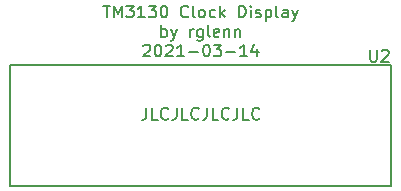
<source format=gto>
G04 #@! TF.GenerationSoftware,KiCad,Pcbnew,(5.1.6)-1*
G04 #@! TF.CreationDate,2021-03-27T23:13:27-04:00*
G04 #@! TF.ProjectId,tm3130-2481bs,746d3331-3330-42d3-9234-383162732e6b,rev?*
G04 #@! TF.SameCoordinates,Original*
G04 #@! TF.FileFunction,Legend,Top*
G04 #@! TF.FilePolarity,Positive*
%FSLAX46Y46*%
G04 Gerber Fmt 4.6, Leading zero omitted, Abs format (unit mm)*
G04 Created by KiCad (PCBNEW (5.1.6)-1) date 2021-03-27 23:13:27*
%MOMM*%
%LPD*%
G01*
G04 APERTURE LIST*
%ADD10C,0.160000*%
%ADD11C,0.150000*%
%ADD12R,1.626000X1.626000*%
%ADD13C,1.626000*%
%ADD14C,3.302000*%
%ADD15O,1.852000X1.302000*%
%ADD16C,1.448000*%
G04 APERTURE END LIST*
D10*
X130780952Y-51852380D02*
X130780952Y-52566666D01*
X130733333Y-52709523D01*
X130638095Y-52804761D01*
X130495238Y-52852380D01*
X130400000Y-52852380D01*
X131733333Y-52852380D02*
X131257142Y-52852380D01*
X131257142Y-51852380D01*
X132638095Y-52757142D02*
X132590476Y-52804761D01*
X132447619Y-52852380D01*
X132352380Y-52852380D01*
X132209523Y-52804761D01*
X132114285Y-52709523D01*
X132066666Y-52614285D01*
X132019047Y-52423809D01*
X132019047Y-52280952D01*
X132066666Y-52090476D01*
X132114285Y-51995238D01*
X132209523Y-51900000D01*
X132352380Y-51852380D01*
X132447619Y-51852380D01*
X132590476Y-51900000D01*
X132638095Y-51947619D01*
X133352380Y-51852380D02*
X133352380Y-52566666D01*
X133304761Y-52709523D01*
X133209523Y-52804761D01*
X133066666Y-52852380D01*
X132971428Y-52852380D01*
X134304761Y-52852380D02*
X133828571Y-52852380D01*
X133828571Y-51852380D01*
X135209523Y-52757142D02*
X135161904Y-52804761D01*
X135019047Y-52852380D01*
X134923809Y-52852380D01*
X134780952Y-52804761D01*
X134685714Y-52709523D01*
X134638095Y-52614285D01*
X134590476Y-52423809D01*
X134590476Y-52280952D01*
X134638095Y-52090476D01*
X134685714Y-51995238D01*
X134780952Y-51900000D01*
X134923809Y-51852380D01*
X135019047Y-51852380D01*
X135161904Y-51900000D01*
X135209523Y-51947619D01*
X135923809Y-51852380D02*
X135923809Y-52566666D01*
X135876190Y-52709523D01*
X135780952Y-52804761D01*
X135638095Y-52852380D01*
X135542857Y-52852380D01*
X136876190Y-52852380D02*
X136400000Y-52852380D01*
X136400000Y-51852380D01*
X137780952Y-52757142D02*
X137733333Y-52804761D01*
X137590476Y-52852380D01*
X137495238Y-52852380D01*
X137352380Y-52804761D01*
X137257142Y-52709523D01*
X137209523Y-52614285D01*
X137161904Y-52423809D01*
X137161904Y-52280952D01*
X137209523Y-52090476D01*
X137257142Y-51995238D01*
X137352380Y-51900000D01*
X137495238Y-51852380D01*
X137590476Y-51852380D01*
X137733333Y-51900000D01*
X137780952Y-51947619D01*
X138495238Y-51852380D02*
X138495238Y-52566666D01*
X138447619Y-52709523D01*
X138352380Y-52804761D01*
X138209523Y-52852380D01*
X138114285Y-52852380D01*
X139447619Y-52852380D02*
X138971428Y-52852380D01*
X138971428Y-51852380D01*
X140352380Y-52757142D02*
X140304761Y-52804761D01*
X140161904Y-52852380D01*
X140066666Y-52852380D01*
X139923809Y-52804761D01*
X139828571Y-52709523D01*
X139780952Y-52614285D01*
X139733333Y-52423809D01*
X139733333Y-52280952D01*
X139780952Y-52090476D01*
X139828571Y-51995238D01*
X139923809Y-51900000D01*
X140066666Y-51852380D01*
X140161904Y-51852380D01*
X140304761Y-51900000D01*
X140352380Y-51947619D01*
D11*
X127138095Y-43202380D02*
X127709523Y-43202380D01*
X127423809Y-44202380D02*
X127423809Y-43202380D01*
X128042857Y-44202380D02*
X128042857Y-43202380D01*
X128376190Y-43916666D01*
X128709523Y-43202380D01*
X128709523Y-44202380D01*
X129090476Y-43202380D02*
X129709523Y-43202380D01*
X129376190Y-43583333D01*
X129519047Y-43583333D01*
X129614285Y-43630952D01*
X129661904Y-43678571D01*
X129709523Y-43773809D01*
X129709523Y-44011904D01*
X129661904Y-44107142D01*
X129614285Y-44154761D01*
X129519047Y-44202380D01*
X129233333Y-44202380D01*
X129138095Y-44154761D01*
X129090476Y-44107142D01*
X130661904Y-44202380D02*
X130090476Y-44202380D01*
X130376190Y-44202380D02*
X130376190Y-43202380D01*
X130280952Y-43345238D01*
X130185714Y-43440476D01*
X130090476Y-43488095D01*
X130995238Y-43202380D02*
X131614285Y-43202380D01*
X131280952Y-43583333D01*
X131423809Y-43583333D01*
X131519047Y-43630952D01*
X131566666Y-43678571D01*
X131614285Y-43773809D01*
X131614285Y-44011904D01*
X131566666Y-44107142D01*
X131519047Y-44154761D01*
X131423809Y-44202380D01*
X131138095Y-44202380D01*
X131042857Y-44154761D01*
X130995238Y-44107142D01*
X132233333Y-43202380D02*
X132328571Y-43202380D01*
X132423809Y-43250000D01*
X132471428Y-43297619D01*
X132519047Y-43392857D01*
X132566666Y-43583333D01*
X132566666Y-43821428D01*
X132519047Y-44011904D01*
X132471428Y-44107142D01*
X132423809Y-44154761D01*
X132328571Y-44202380D01*
X132233333Y-44202380D01*
X132138095Y-44154761D01*
X132090476Y-44107142D01*
X132042857Y-44011904D01*
X131995238Y-43821428D01*
X131995238Y-43583333D01*
X132042857Y-43392857D01*
X132090476Y-43297619D01*
X132138095Y-43250000D01*
X132233333Y-43202380D01*
X134328571Y-44107142D02*
X134280952Y-44154761D01*
X134138095Y-44202380D01*
X134042857Y-44202380D01*
X133899999Y-44154761D01*
X133804761Y-44059523D01*
X133757142Y-43964285D01*
X133709523Y-43773809D01*
X133709523Y-43630952D01*
X133757142Y-43440476D01*
X133804761Y-43345238D01*
X133899999Y-43250000D01*
X134042857Y-43202380D01*
X134138095Y-43202380D01*
X134280952Y-43250000D01*
X134328571Y-43297619D01*
X134900000Y-44202380D02*
X134804761Y-44154761D01*
X134757142Y-44059523D01*
X134757142Y-43202380D01*
X135423809Y-44202380D02*
X135328571Y-44154761D01*
X135280952Y-44107142D01*
X135233333Y-44011904D01*
X135233333Y-43726190D01*
X135280952Y-43630952D01*
X135328571Y-43583333D01*
X135423809Y-43535714D01*
X135566666Y-43535714D01*
X135661904Y-43583333D01*
X135709523Y-43630952D01*
X135757142Y-43726190D01*
X135757142Y-44011904D01*
X135709523Y-44107142D01*
X135661904Y-44154761D01*
X135566666Y-44202380D01*
X135423809Y-44202380D01*
X136614285Y-44154761D02*
X136519047Y-44202380D01*
X136328571Y-44202380D01*
X136233333Y-44154761D01*
X136185714Y-44107142D01*
X136138095Y-44011904D01*
X136138095Y-43726190D01*
X136185714Y-43630952D01*
X136233333Y-43583333D01*
X136328571Y-43535714D01*
X136519047Y-43535714D01*
X136614285Y-43583333D01*
X137042857Y-44202380D02*
X137042857Y-43202380D01*
X137138095Y-43821428D02*
X137423809Y-44202380D01*
X137423809Y-43535714D02*
X137042857Y-43916666D01*
X138614285Y-44202380D02*
X138614285Y-43202380D01*
X138852380Y-43202380D01*
X138995238Y-43250000D01*
X139090476Y-43345238D01*
X139138095Y-43440476D01*
X139185714Y-43630952D01*
X139185714Y-43773809D01*
X139138095Y-43964285D01*
X139090476Y-44059523D01*
X138995238Y-44154761D01*
X138852380Y-44202380D01*
X138614285Y-44202380D01*
X139614285Y-44202380D02*
X139614285Y-43535714D01*
X139614285Y-43202380D02*
X139566666Y-43250000D01*
X139614285Y-43297619D01*
X139661904Y-43250000D01*
X139614285Y-43202380D01*
X139614285Y-43297619D01*
X140042857Y-44154761D02*
X140138095Y-44202380D01*
X140328571Y-44202380D01*
X140423809Y-44154761D01*
X140471428Y-44059523D01*
X140471428Y-44011904D01*
X140423809Y-43916666D01*
X140328571Y-43869047D01*
X140185714Y-43869047D01*
X140090476Y-43821428D01*
X140042857Y-43726190D01*
X140042857Y-43678571D01*
X140090476Y-43583333D01*
X140185714Y-43535714D01*
X140328571Y-43535714D01*
X140423809Y-43583333D01*
X140900000Y-43535714D02*
X140900000Y-44535714D01*
X140900000Y-43583333D02*
X140995238Y-43535714D01*
X141185714Y-43535714D01*
X141280952Y-43583333D01*
X141328571Y-43630952D01*
X141376190Y-43726190D01*
X141376190Y-44011904D01*
X141328571Y-44107142D01*
X141280952Y-44154761D01*
X141185714Y-44202380D01*
X140995238Y-44202380D01*
X140900000Y-44154761D01*
X141947619Y-44202380D02*
X141852380Y-44154761D01*
X141804761Y-44059523D01*
X141804761Y-43202380D01*
X142757142Y-44202380D02*
X142757142Y-43678571D01*
X142709523Y-43583333D01*
X142614285Y-43535714D01*
X142423809Y-43535714D01*
X142328571Y-43583333D01*
X142757142Y-44154761D02*
X142661904Y-44202380D01*
X142423809Y-44202380D01*
X142328571Y-44154761D01*
X142280952Y-44059523D01*
X142280952Y-43964285D01*
X142328571Y-43869047D01*
X142423809Y-43821428D01*
X142661904Y-43821428D01*
X142757142Y-43773809D01*
X143138095Y-43535714D02*
X143376190Y-44202380D01*
X143614285Y-43535714D02*
X143376190Y-44202380D01*
X143280952Y-44440476D01*
X143233333Y-44488095D01*
X143138095Y-44535714D01*
X132066666Y-45852380D02*
X132066666Y-44852380D01*
X132066666Y-45233333D02*
X132161904Y-45185714D01*
X132352380Y-45185714D01*
X132447619Y-45233333D01*
X132495238Y-45280952D01*
X132542857Y-45376190D01*
X132542857Y-45661904D01*
X132495238Y-45757142D01*
X132447619Y-45804761D01*
X132352380Y-45852380D01*
X132161904Y-45852380D01*
X132066666Y-45804761D01*
X132876190Y-45185714D02*
X133114285Y-45852380D01*
X133352380Y-45185714D02*
X133114285Y-45852380D01*
X133019047Y-46090476D01*
X132971428Y-46138095D01*
X132876190Y-46185714D01*
X134495238Y-45852380D02*
X134495238Y-45185714D01*
X134495238Y-45376190D02*
X134542857Y-45280952D01*
X134590476Y-45233333D01*
X134685714Y-45185714D01*
X134780952Y-45185714D01*
X135542857Y-45185714D02*
X135542857Y-45995238D01*
X135495238Y-46090476D01*
X135447619Y-46138095D01*
X135352380Y-46185714D01*
X135209523Y-46185714D01*
X135114285Y-46138095D01*
X135542857Y-45804761D02*
X135447619Y-45852380D01*
X135257142Y-45852380D01*
X135161904Y-45804761D01*
X135114285Y-45757142D01*
X135066666Y-45661904D01*
X135066666Y-45376190D01*
X135114285Y-45280952D01*
X135161904Y-45233333D01*
X135257142Y-45185714D01*
X135447619Y-45185714D01*
X135542857Y-45233333D01*
X136161904Y-45852380D02*
X136066666Y-45804761D01*
X136019047Y-45709523D01*
X136019047Y-44852380D01*
X136923809Y-45804761D02*
X136828571Y-45852380D01*
X136638095Y-45852380D01*
X136542857Y-45804761D01*
X136495238Y-45709523D01*
X136495238Y-45328571D01*
X136542857Y-45233333D01*
X136638095Y-45185714D01*
X136828571Y-45185714D01*
X136923809Y-45233333D01*
X136971428Y-45328571D01*
X136971428Y-45423809D01*
X136495238Y-45519047D01*
X137400000Y-45185714D02*
X137400000Y-45852380D01*
X137400000Y-45280952D02*
X137447619Y-45233333D01*
X137542857Y-45185714D01*
X137685714Y-45185714D01*
X137780952Y-45233333D01*
X137828571Y-45328571D01*
X137828571Y-45852380D01*
X138304761Y-45185714D02*
X138304761Y-45852380D01*
X138304761Y-45280952D02*
X138352380Y-45233333D01*
X138447619Y-45185714D01*
X138590476Y-45185714D01*
X138685714Y-45233333D01*
X138733333Y-45328571D01*
X138733333Y-45852380D01*
X130542857Y-46597619D02*
X130590476Y-46550000D01*
X130685714Y-46502380D01*
X130923809Y-46502380D01*
X131019047Y-46550000D01*
X131066666Y-46597619D01*
X131114285Y-46692857D01*
X131114285Y-46788095D01*
X131066666Y-46930952D01*
X130495238Y-47502380D01*
X131114285Y-47502380D01*
X131733333Y-46502380D02*
X131828571Y-46502380D01*
X131923809Y-46550000D01*
X131971428Y-46597619D01*
X132019047Y-46692857D01*
X132066666Y-46883333D01*
X132066666Y-47121428D01*
X132019047Y-47311904D01*
X131971428Y-47407142D01*
X131923809Y-47454761D01*
X131828571Y-47502380D01*
X131733333Y-47502380D01*
X131638095Y-47454761D01*
X131590476Y-47407142D01*
X131542857Y-47311904D01*
X131495238Y-47121428D01*
X131495238Y-46883333D01*
X131542857Y-46692857D01*
X131590476Y-46597619D01*
X131638095Y-46550000D01*
X131733333Y-46502380D01*
X132447619Y-46597619D02*
X132495238Y-46550000D01*
X132590476Y-46502380D01*
X132828571Y-46502380D01*
X132923809Y-46550000D01*
X132971428Y-46597619D01*
X133019047Y-46692857D01*
X133019047Y-46788095D01*
X132971428Y-46930952D01*
X132400000Y-47502380D01*
X133019047Y-47502380D01*
X133971428Y-47502380D02*
X133400000Y-47502380D01*
X133685714Y-47502380D02*
X133685714Y-46502380D01*
X133590476Y-46645238D01*
X133495238Y-46740476D01*
X133400000Y-46788095D01*
X134400000Y-47121428D02*
X135161904Y-47121428D01*
X135828571Y-46502380D02*
X135923809Y-46502380D01*
X136019047Y-46550000D01*
X136066666Y-46597619D01*
X136114285Y-46692857D01*
X136161904Y-46883333D01*
X136161904Y-47121428D01*
X136114285Y-47311904D01*
X136066666Y-47407142D01*
X136019047Y-47454761D01*
X135923809Y-47502380D01*
X135828571Y-47502380D01*
X135733333Y-47454761D01*
X135685714Y-47407142D01*
X135638095Y-47311904D01*
X135590476Y-47121428D01*
X135590476Y-46883333D01*
X135638095Y-46692857D01*
X135685714Y-46597619D01*
X135733333Y-46550000D01*
X135828571Y-46502380D01*
X136495238Y-46502380D02*
X137114285Y-46502380D01*
X136780952Y-46883333D01*
X136923809Y-46883333D01*
X137019047Y-46930952D01*
X137066666Y-46978571D01*
X137114285Y-47073809D01*
X137114285Y-47311904D01*
X137066666Y-47407142D01*
X137019047Y-47454761D01*
X136923809Y-47502380D01*
X136638095Y-47502380D01*
X136542857Y-47454761D01*
X136495238Y-47407142D01*
X137542857Y-47121428D02*
X138304761Y-47121428D01*
X139304761Y-47502380D02*
X138733333Y-47502380D01*
X139019047Y-47502380D02*
X139019047Y-46502380D01*
X138923809Y-46645238D01*
X138828571Y-46740476D01*
X138733333Y-46788095D01*
X140161904Y-46835714D02*
X140161904Y-47502380D01*
X139923809Y-46454761D02*
X139685714Y-47169047D01*
X140304761Y-47169047D01*
X151482000Y-48240000D02*
X119282000Y-48240000D01*
X151482000Y-58440000D02*
X151482000Y-48240000D01*
X119282000Y-58440000D02*
X151482000Y-58440000D01*
X119282000Y-48240000D02*
X119282000Y-58440000D01*
X149733095Y-46950380D02*
X149733095Y-47759904D01*
X149780714Y-47855142D01*
X149828333Y-47902761D01*
X149923571Y-47950380D01*
X150114047Y-47950380D01*
X150209285Y-47902761D01*
X150256904Y-47855142D01*
X150304523Y-47759904D01*
X150304523Y-46950380D01*
X150733095Y-47045619D02*
X150780714Y-46998000D01*
X150875952Y-46950380D01*
X151114047Y-46950380D01*
X151209285Y-46998000D01*
X151256904Y-47045619D01*
X151304523Y-47140857D01*
X151304523Y-47236095D01*
X151256904Y-47378952D01*
X150685476Y-47950380D01*
X151304523Y-47950380D01*
%LPC*%
D12*
X129032000Y-57150000D03*
D13*
X131572000Y-57150000D03*
X134112000Y-57150000D03*
X136652000Y-57150000D03*
X139192000Y-57150000D03*
X141732000Y-57150000D03*
X141732000Y-49530000D03*
X139192000Y-49530000D03*
X136652000Y-49530000D03*
X134112000Y-49530000D03*
X131572000Y-49530000D03*
X129032000Y-49530000D03*
D14*
X148082000Y-44323000D03*
X122682000Y-44323000D03*
G36*
G01*
X126765751Y-56023000D02*
X125456249Y-56023000D01*
G75*
G02*
X125185000Y-55751751I0J271249D01*
G01*
X125185000Y-54992249D01*
G75*
G02*
X125456249Y-54721000I271249J0D01*
G01*
X126765751Y-54721000D01*
G75*
G02*
X127037000Y-54992249I0J-271249D01*
G01*
X127037000Y-55751751D01*
G75*
G02*
X126765751Y-56023000I-271249J0D01*
G01*
G37*
D15*
X126111000Y-53372000D03*
X126111000Y-51372000D03*
X144653000Y-55308000D03*
X144653000Y-53308000D03*
G36*
G01*
X143998249Y-50657000D02*
X145307751Y-50657000D01*
G75*
G02*
X145579000Y-50928249I0J-271249D01*
G01*
X145579000Y-51687751D01*
G75*
G02*
X145307751Y-51959000I-271249J0D01*
G01*
X143998249Y-51959000D01*
G75*
G02*
X143727000Y-51687751I0J271249D01*
G01*
X143727000Y-50928249D01*
G75*
G02*
X143998249Y-50657000I271249J0D01*
G01*
G37*
D16*
X126600000Y-42000000D03*
X144000000Y-42000000D03*
X150200000Y-57000000D03*
M02*

</source>
